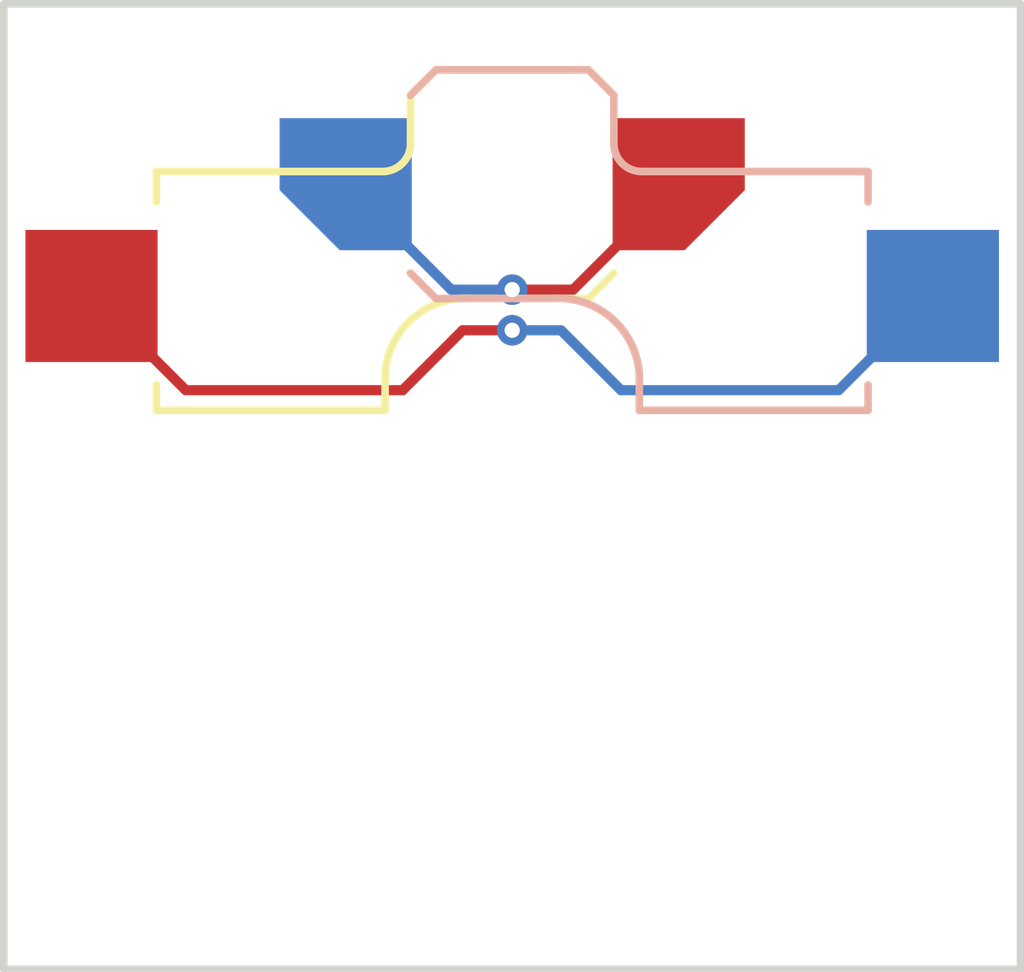
<source format=kicad_pcb>
(kicad_pcb (version 20240108) (generator "ergogen") (generator_version "4.1.0")
  (title_block (title "main") (date "2024-12-06") (rev "v1.0.0") (company "Unknown"))
  (layers (0 "F.Cu" signal) (31 "B.Cu" signal) (34 "B.Paste" user) (35 "F.Paste" user) (36 "B.SilkS" user "B.Silkscreen") (37 "F.SilkS" user "F.Silkscreen") (38 "B.Mask" user) (39 "F.Mask" user) (44 "Edge.Cuts" user))
  (net 0 "")
  (net 1 "GND")
  (net 2 "D1")
  (net 3 "D2")
  (footprint "ceoloide:switch_choc_v1_v2" (layer "B.Cu") (at 100 100 0)
    (property "Reference" "S1" hide)
    (pad "" np_thru_hole circle (at 0 0 0) (size 3.4 3.4) (drill 3.4) (layers "*.Cu" "*.Mask"))
    (pad "" np_thru_hole circle (at 5.5 0 0) (size 1.9 1.9) (drill 1.9) (layers "*.Cu" "*.Mask"))
    (pad "" np_thru_hole circle (at -5.5 0 0) (size 1.9 1.9) (drill 1.9) (layers "*.Cu" "*.Mask"))
    (pad "" np_thru_hole circle (at 0 -5.95 0) (size 3 3) (drill 3) (layers "*.Cu" "*.Mask"))
    (fp_line (start -7 -5.6) (end -7 -6.2) (layer "F.SilkS") (stroke (width 0.15)))
    (fp_line (start -7 -6.2) (end -2.52 -6.2) (layer "F.SilkS") (stroke (width 0.15)))
    (fp_line (start -2 -6.78) (end -2 -7.7) (layer "F.SilkS") (stroke (width 0.15)))
    (fp_line (start -1.5 -8.2) (end -2 -7.7) (layer "F.SilkS") (stroke (width 0.15)))
    (fp_line (start 1.5 -8.2) (end -1.5 -8.2) (layer "F.SilkS") (stroke (width 0.15)))
    (fp_line (start 2 -7.7) (end 1.5 -8.2) (layer "F.SilkS") (stroke (width 0.15)))
    (fp_arc (start -2 -6.78) (mid -2.139878 -6.382304) (end -2.52 -6.2) (layer "F.SilkS") (stroke (width 0.15)))
    (fp_line (start -7 -1.5) (end -7 -2) (layer "F.SilkS") (stroke (width 0.15)))
    (fp_line (start -2.5 -1.5) (end -7 -1.5) (layer "F.SilkS") (stroke (width 0.15)))
    (fp_line (start -2.5 -2.2) (end -2.5 -1.5) (layer "F.SilkS") (stroke (width 0.15)))
    (fp_line (start 1.5 -3.7) (end -0.8 -3.7) (layer "F.SilkS") (stroke (width 0.15)))
    (fp_line (start 2 -4.2) (end 1.5 -3.7) (layer "F.SilkS") (stroke (width 0.15)))
    (fp_arc (start -2.5 -2.22) (mid -1.956518 -3.312082) (end -0.8 -3.7) (layer "F.SilkS") (stroke (width 0.15)))
    (pad "" np_thru_hole circle (at -5 -3.75 195) (size 3 3) (drill 3) (layers "*.Cu" "*.Mask"))
    (pad "1" smd roundrect (at 3.275 -5.95 0) (size 2.6 2.6) (layers "F.Cu" "F.Paste" "F.Mask") (roundrect_rratio 0) (chamfer_ratio 0.455) (chamfer bottom_right) (net 0 ""))
    (pad "2" smd rect (at -8.275 -3.75 0) (size 2.6 2.6) (layers "F.Cu" "F.Paste" "F.Mask") (net 1 "GND"))
    (fp_line (start -1.5 -8.2) (end -2 -7.7) (layer "B.SilkS") (stroke (width 0.15)))
    (fp_line (start 1.5 -8.2) (end -1.5 -8.2) (layer "B.SilkS") (stroke (width 0.15)))
    (fp_line (start 2 -7.7) (end 1.5 -8.2) (layer "B.SilkS") (stroke (width 0.15)))
    (fp_line (start 2 -7.7) (end 2 -6.78) (layer "B.SilkS") (stroke (width 0.15)))
    (fp_line (start 2.52 -6.2) (end 7 -6.2) (layer "B.SilkS") (stroke (width 0.15)))
    (fp_line (start 7 -6.2) (end 7 -5.6) (layer "B.SilkS") (stroke (width 0.15)))
    (fp_arc (start 2.52 -6.2) (mid 2.139878 -6.382304) (end 2 -6.78) (layer "B.SilkS") (stroke (width 0.15)))
    (fp_line (start -1.5 -3.7) (end -2 -4.2) (layer "B.SilkS") (stroke (width 0.15)))
    (fp_line (start 0.8 -3.7) (end -1.5 -3.7) (layer "B.SilkS") (stroke (width 0.15)))
    (fp_line (start 2.5 -1.5) (end 2.5 -2.2) (layer "B.SilkS") (stroke (width 0.15)))
    (fp_line (start 7 -1.5) (end 2.5 -1.5) (layer "B.SilkS") (stroke (width 0.15)))
    (fp_line (start 7 -2) (end 7 -1.5) (layer "B.SilkS") (stroke (width 0.15)))
    (fp_arc (start 0.8 -3.7) (mid 1.956518 -3.312082) (end 2.5 -2.22) (layer "B.SilkS") (stroke (width 0.15)))
    (pad "1" smd roundrect (at -3.275 -5.95 0) (size 2.6 2.6) (layers "B.Cu" "B.Paste" "B.Mask") (roundrect_rratio 0) (chamfer_ratio 0.455) (chamfer bottom_left) (net 0 ""))
    (pad "2" smd rect (at 8.275 -3.75 0) (size 2.6 2.6) (layers "B.Cu" "B.Paste" "B.Mask") (net 1 "GND"))
    (pad "" np_thru_hole circle (at 5 -3.75 195) (size 3 3) (drill 3) (layers "*.Cu" "*.Mask"))
  )
  (segment (start 103.275 94.05) (end 101.2 96.125) (width 0.2) (layer "F.Cu") (net 0))
  (segment (start 101.2 96.125) (end 100 96.125) (width 0.2) (layer "F.Cu") (net 0))
  (via (at 100 96.125) (size 0.6) (drill 0.3) (layers "F.Cu" "B.Cu") (net 0))
  (segment (start 98.8 96.125) (end 100 96.125) (width 0.2) (layer "B.Cu") (net 0))
  (segment (start 96.725 94.05) (end 98.8 96.125) (width 0.2) (layer "B.Cu") (net 0))
  (segment (start 93.579 98.104) (end 97.846 98.104) (width 0.2) (layer "F.Cu") (net 1))
  (segment (start 99.025 96.925) (end 100 96.925) (width 0.2) (layer "F.Cu") (net 1))
  (segment (start 91.725 96.25) (end 93.579 98.104) (width 0.2) (layer "F.Cu") (net 1))
  (segment (start 97.846 98.104) (end 99.025 96.925) (width 0.2) (layer "F.Cu") (net 1))
  (via (at 100 96.925) (size 0.6) (drill 0.3) (layers "F.Cu" "B.Cu") (net 1))
  (segment (start 102.140166 98.104) (end 100.961166 96.925) (width 0.2) (layer "B.Cu") (net 1))
  (segment (start 106.421 98.104) (end 102.140166 98.104) (width 0.2) (layer "B.Cu") (net 1))
  (segment (start 100.961166 96.925) (end 100 96.925) (width 0.2) (layer "B.Cu") (net 1))
  (segment (start 108.275 96.25) (end 106.421 98.104) (width 0.2) (layer "B.Cu") (net 1))
  (gr_line (start 90 109.5) (end 110 109.5) (layer Edge.Cuts) (stroke (width 0.15)))
  (gr_line (start 110 109.5) (end 110 90.5) (layer Edge.Cuts) (stroke (width 0.15)))
  (gr_line (start 110 90.5) (end 90 90.5) (layer Edge.Cuts) (stroke (width 0.15)))
  (gr_line (start 90 90.5) (end 90 109.5) (layer Edge.Cuts) (stroke (width 0.15)))
)
</source>
